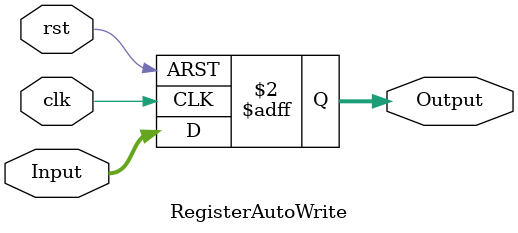
<source format=v>
module Register(clk, rst, write, Input, Output); 
 input [31:0] Input; 
 input clk, rst, write; 
 output [31:0] Output; 
 reg [31:0] Output; 
 
 always@(posedge clk, posedge rst)begin 
  if(rst)  
   Output <= 32'b0; 
  else if (write)
   Output <= Input; 
 end 
endmodule

module RegisterAutoWrite(clk, rst, Input, Output); 
 input [31:0] Input; 
 input clk, rst; 
 output [31:0] Output; 
 reg [31:0] Output; 
 
 always@(posedge clk, posedge rst)begin 
  if(rst)  
   Output <= 32'b0; 
  else Output <= Input; 
 end 
endmodule
</source>
